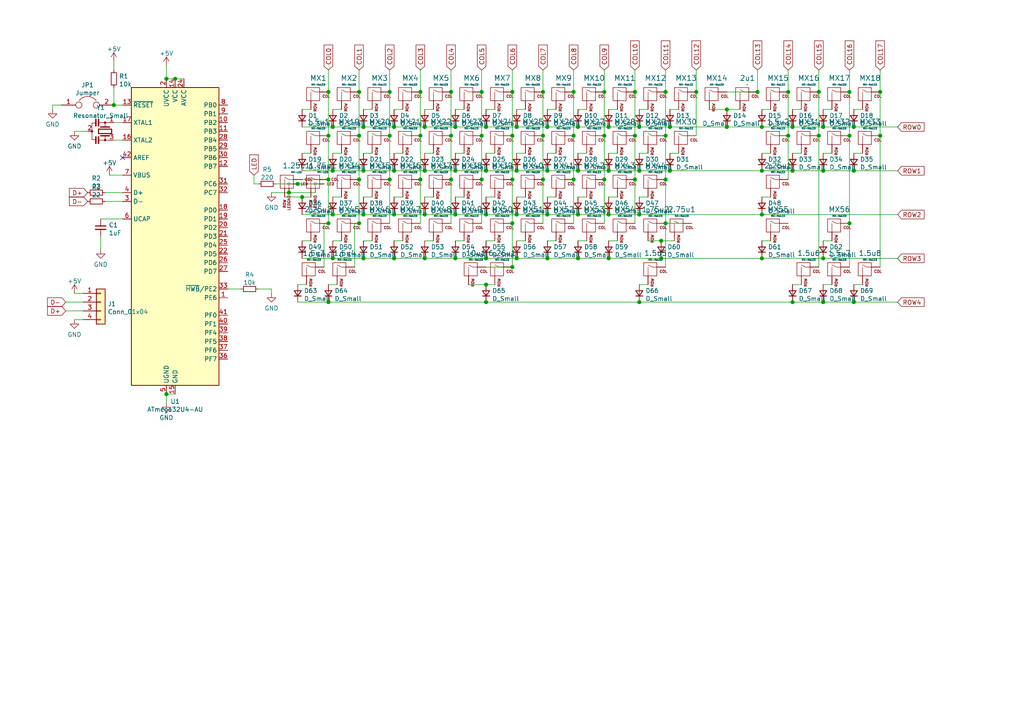
<source format=kicad_sch>
(kicad_sch (version 20210126) (generator eeschema)
  (paper "A4")
  (junction (at 33.02 30.48) (diameter 1.016))
  (junction (at 48.26 22.86) (diameter 1.016))
  (junction (at 48.26 114.3) (diameter 1.016))
  (junction (at 50.8 22.86) (diameter 1.016))
  (junction (at 83.82 55.88) (diameter 1.016))
  (junction (at 86.36 53.34) (diameter 1.016))
  (junction (at 87.63 57.15) (diameter 1.016))
  (junction (at 95.25 26.67) (diameter 1.016))
  (junction (at 95.25 39.37) (diameter 1.016))
  (junction (at 95.25 52.07) (diameter 1.016))
  (junction (at 95.25 64.77) (diameter 1.016))
  (junction (at 95.25 87.63) (diameter 1.016))
  (junction (at 96.52 36.83) (diameter 1.016))
  (junction (at 96.52 49.53) (diameter 1.016))
  (junction (at 96.52 62.23) (diameter 1.016))
  (junction (at 96.52 74.93) (diameter 1.016))
  (junction (at 104.14 26.67) (diameter 1.016))
  (junction (at 104.14 39.37) (diameter 1.016))
  (junction (at 104.14 52.07) (diameter 1.016))
  (junction (at 104.14 64.77) (diameter 1.016))
  (junction (at 105.41 36.83) (diameter 1.016))
  (junction (at 105.41 49.53) (diameter 1.016))
  (junction (at 105.41 62.23) (diameter 1.016))
  (junction (at 105.41 74.93) (diameter 1.016))
  (junction (at 113.03 26.67) (diameter 1.016))
  (junction (at 113.03 39.37) (diameter 1.016))
  (junction (at 113.03 52.07) (diameter 1.016))
  (junction (at 114.3 36.83) (diameter 1.016))
  (junction (at 114.3 49.53) (diameter 1.016))
  (junction (at 114.3 62.23) (diameter 1.016))
  (junction (at 114.3 74.93) (diameter 1.016))
  (junction (at 121.92 26.67) (diameter 1.016))
  (junction (at 121.92 39.37) (diameter 1.016))
  (junction (at 121.92 52.07) (diameter 1.016))
  (junction (at 123.19 36.83) (diameter 1.016))
  (junction (at 123.19 49.53) (diameter 1.016))
  (junction (at 123.19 62.23) (diameter 1.016))
  (junction (at 123.19 74.93) (diameter 1.016))
  (junction (at 130.81 26.67) (diameter 1.016))
  (junction (at 130.81 39.37) (diameter 1.016))
  (junction (at 130.81 52.07) (diameter 1.016))
  (junction (at 132.08 36.83) (diameter 1.016))
  (junction (at 132.08 49.53) (diameter 1.016))
  (junction (at 132.08 62.23) (diameter 1.016))
  (junction (at 132.08 74.93) (diameter 1.016))
  (junction (at 139.7 26.67) (diameter 1.016))
  (junction (at 139.7 39.37) (diameter 1.016))
  (junction (at 139.7 52.07) (diameter 1.016))
  (junction (at 140.97 36.83) (diameter 1.016))
  (junction (at 140.97 49.53) (diameter 1.016))
  (junction (at 140.97 62.23) (diameter 1.016))
  (junction (at 140.97 74.93) (diameter 1.016))
  (junction (at 140.97 82.55) (diameter 1.016))
  (junction (at 140.97 87.63) (diameter 1.016))
  (junction (at 148.59 26.67) (diameter 1.016))
  (junction (at 148.59 39.37) (diameter 1.016))
  (junction (at 148.59 52.07) (diameter 1.016))
  (junction (at 148.59 64.77) (diameter 1.016))
  (junction (at 148.59 77.47) (diameter 1.016))
  (junction (at 149.86 36.83) (diameter 1.016))
  (junction (at 149.86 49.53) (diameter 1.016))
  (junction (at 149.86 62.23) (diameter 1.016))
  (junction (at 149.86 74.93) (diameter 1.016))
  (junction (at 157.48 26.67) (diameter 1.016))
  (junction (at 157.48 39.37) (diameter 1.016))
  (junction (at 157.48 52.07) (diameter 1.016))
  (junction (at 158.75 36.83) (diameter 1.016))
  (junction (at 158.75 49.53) (diameter 1.016))
  (junction (at 158.75 62.23) (diameter 1.016))
  (junction (at 158.75 74.93) (diameter 1.016))
  (junction (at 166.37 26.67) (diameter 1.016))
  (junction (at 166.37 39.37) (diameter 1.016))
  (junction (at 166.37 52.07) (diameter 1.016))
  (junction (at 167.64 36.83) (diameter 1.016))
  (junction (at 167.64 49.53) (diameter 1.016))
  (junction (at 167.64 62.23) (diameter 1.016))
  (junction (at 167.64 74.93) (diameter 1.016))
  (junction (at 175.26 26.67) (diameter 1.016))
  (junction (at 175.26 39.37) (diameter 1.016))
  (junction (at 175.26 52.07) (diameter 1.016))
  (junction (at 176.53 36.83) (diameter 1.016))
  (junction (at 176.53 49.53) (diameter 1.016))
  (junction (at 176.53 62.23) (diameter 1.016))
  (junction (at 176.53 74.93) (diameter 1.016))
  (junction (at 184.15 26.67) (diameter 1.016))
  (junction (at 184.15 39.37) (diameter 1.016))
  (junction (at 184.15 52.07) (diameter 1.016))
  (junction (at 185.42 36.83) (diameter 1.016))
  (junction (at 185.42 49.53) (diameter 1.016))
  (junction (at 185.42 62.23) (diameter 1.016))
  (junction (at 185.42 87.63) (diameter 1.016))
  (junction (at 191.77 69.85) (diameter 1.016))
  (junction (at 191.77 74.93) (diameter 1.016))
  (junction (at 193.04 26.67) (diameter 1.016))
  (junction (at 193.04 39.37) (diameter 1.016))
  (junction (at 193.04 52.07) (diameter 1.016))
  (junction (at 193.04 64.77) (diameter 1.016))
  (junction (at 194.31 36.83) (diameter 1.016))
  (junction (at 194.31 49.53) (diameter 1.016))
  (junction (at 201.93 26.67) (diameter 1.016))
  (junction (at 210.82 31.75) (diameter 1.016))
  (junction (at 210.82 36.83) (diameter 1.016))
  (junction (at 219.71 26.67) (diameter 1.016))
  (junction (at 220.98 36.83) (diameter 1.016))
  (junction (at 220.98 49.53) (diameter 1.016))
  (junction (at 220.98 62.23) (diameter 1.016))
  (junction (at 220.98 74.93) (diameter 1.016))
  (junction (at 228.6 26.67) (diameter 1.016))
  (junction (at 228.6 39.37) (diameter 1.016))
  (junction (at 229.87 36.83) (diameter 1.016))
  (junction (at 229.87 49.53) (diameter 1.016))
  (junction (at 229.87 87.63) (diameter 1.016))
  (junction (at 237.49 26.67) (diameter 1.016))
  (junction (at 237.49 39.37) (diameter 1.016))
  (junction (at 238.76 36.83) (diameter 1.016))
  (junction (at 238.76 49.53) (diameter 1.016))
  (junction (at 238.76 74.93) (diameter 1.016))
  (junction (at 238.76 87.63) (diameter 1.016))
  (junction (at 246.38 26.67) (diameter 1.016))
  (junction (at 246.38 39.37) (diameter 1.016))
  (junction (at 246.38 64.77) (diameter 1.016))
  (junction (at 247.65 36.83) (diameter 1.016))
  (junction (at 247.65 49.53) (diameter 1.016))
  (junction (at 247.65 87.63) (diameter 1.016))
  (junction (at 255.27 26.67) (diameter 1.016))
  (junction (at 255.27 39.37) (diameter 1.016))
  (no_connect (at 35.56 45.72))
  (wire (pts (xy 15.24 30.48) (xy 15.24 31.75)))
  (wire (pts (xy 17.78 30.48) (xy 15.24 30.48)))
  (wire (pts (xy 19.05 87.63) (xy 24.13 87.63)))
  (wire (pts (xy 19.05 90.17) (xy 24.13 90.17)))
  (wire (pts (xy 21.59 38.1) (xy 25.4 38.1)))
  (wire (pts (xy 21.59 85.09) (xy 24.13 85.09)))
  (wire (pts (xy 21.59 92.71) (xy 24.13 92.71)))
  (wire (pts (xy 29.21 63.5) (xy 35.56 63.5)))
  (wire (pts (xy 29.21 68.58) (xy 29.21 72.39)))
  (wire (pts (xy 30.48 55.88) (xy 35.56 55.88)))
  (wire (pts (xy 30.48 58.42) (xy 35.56 58.42)))
  (wire (pts (xy 31.75 50.8) (xy 35.56 50.8)))
  (wire (pts (xy 33.02 17.78) (xy 33.02 20.32)))
  (wire (pts (xy 33.02 25.4) (xy 33.02 30.48)))
  (wire (pts (xy 33.02 30.48) (xy 35.56 30.48)))
  (wire (pts (xy 33.02 35.56) (xy 35.56 35.56)))
  (wire (pts (xy 33.02 40.64) (xy 35.56 40.64)))
  (wire (pts (xy 48.26 19.05) (xy 48.26 22.86)))
  (wire (pts (xy 48.26 114.3) (xy 48.26 116.84)))
  (wire (pts (xy 50.8 22.86) (xy 48.26 22.86)))
  (wire (pts (xy 50.8 114.3) (xy 48.26 114.3)))
  (wire (pts (xy 53.34 22.86) (xy 50.8 22.86)))
  (wire (pts (xy 66.04 83.82) (xy 69.85 83.82)))
  (wire (pts (xy 73.66 53.34) (xy 73.66 50.8)))
  (wire (pts (xy 74.93 53.34) (xy 73.66 53.34)))
  (wire (pts (xy 74.93 83.82) (xy 78.74 83.82)))
  (wire (pts (xy 78.74 55.88) (xy 83.82 55.88)))
  (wire (pts (xy 78.74 83.82) (xy 78.74 85.09)))
  (wire (pts (xy 80.01 53.34) (xy 86.36 53.34)))
  (wire (pts (xy 82.55 57.15) (xy 87.63 57.15)))
  (wire (pts (xy 83.82 55.88) (xy 91.44 55.88)))
  (wire (pts (xy 86.36 53.34) (xy 93.98 53.34)))
  (wire (pts (xy 86.36 82.55) (xy 88.9 82.55)))
  (wire (pts (xy 86.36 87.63) (xy 95.25 87.63)))
  (wire (pts (xy 87.63 31.75) (xy 90.17 31.75)))
  (wire (pts (xy 87.63 36.83) (xy 96.52 36.83)))
  (wire (pts (xy 87.63 44.45) (xy 90.17 44.45)))
  (wire (pts (xy 87.63 49.53) (xy 96.52 49.53)))
  (wire (pts (xy 87.63 52.07) (xy 95.25 52.07)))
  (wire (pts (xy 87.63 57.15) (xy 90.17 57.15)))
  (wire (pts (xy 87.63 62.23) (xy 96.52 62.23)))
  (wire (pts (xy 87.63 69.85) (xy 90.17 69.85)))
  (wire (pts (xy 87.63 74.93) (xy 96.52 74.93)))
  (wire (pts (xy 93.98 64.77) (xy 95.25 64.77)))
  (wire (pts (xy 93.98 77.47) (xy 93.98 64.77)))
  (wire (pts (xy 95.25 20.32) (xy 95.25 26.67)))
  (wire (pts (xy 95.25 26.67) (xy 95.25 39.37)))
  (wire (pts (xy 95.25 39.37) (xy 95.25 52.07)))
  (wire (pts (xy 95.25 52.07) (xy 95.25 64.77)))
  (wire (pts (xy 95.25 82.55) (xy 97.79 82.55)))
  (wire (pts (xy 95.25 87.63) (xy 140.97 87.63)))
  (wire (pts (xy 96.52 31.75) (xy 99.06 31.75)))
  (wire (pts (xy 96.52 36.83) (xy 105.41 36.83)))
  (wire (pts (xy 96.52 44.45) (xy 99.06 44.45)))
  (wire (pts (xy 96.52 49.53) (xy 105.41 49.53)))
  (wire (pts (xy 96.52 57.15) (xy 99.06 57.15)))
  (wire (pts (xy 96.52 62.23) (xy 105.41 62.23)))
  (wire (pts (xy 96.52 69.85) (xy 99.06 69.85)))
  (wire (pts (xy 96.52 74.93) (xy 105.41 74.93)))
  (wire (pts (xy 102.87 64.77) (xy 104.14 64.77)))
  (wire (pts (xy 102.87 77.47) (xy 102.87 64.77)))
  (wire (pts (xy 104.14 20.32) (xy 104.14 26.67)))
  (wire (pts (xy 104.14 26.67) (xy 104.14 39.37)))
  (wire (pts (xy 104.14 39.37) (xy 104.14 52.07)))
  (wire (pts (xy 104.14 52.07) (xy 104.14 64.77)))
  (wire (pts (xy 105.41 31.75) (xy 107.95 31.75)))
  (wire (pts (xy 105.41 36.83) (xy 114.3 36.83)))
  (wire (pts (xy 105.41 44.45) (xy 107.95 44.45)))
  (wire (pts (xy 105.41 49.53) (xy 114.3 49.53)))
  (wire (pts (xy 105.41 57.15) (xy 107.95 57.15)))
  (wire (pts (xy 105.41 62.23) (xy 114.3 62.23)))
  (wire (pts (xy 105.41 69.85) (xy 107.95 69.85)))
  (wire (pts (xy 105.41 74.93) (xy 114.3 74.93)))
  (wire (pts (xy 113.03 20.32) (xy 113.03 26.67)))
  (wire (pts (xy 113.03 26.67) (xy 113.03 39.37)))
  (wire (pts (xy 113.03 39.37) (xy 113.03 52.07)))
  (wire (pts (xy 113.03 52.07) (xy 113.03 64.77)))
  (wire (pts (xy 114.3 31.75) (xy 116.84 31.75)))
  (wire (pts (xy 114.3 36.83) (xy 123.19 36.83)))
  (wire (pts (xy 114.3 44.45) (xy 116.84 44.45)))
  (wire (pts (xy 114.3 49.53) (xy 123.19 49.53)))
  (wire (pts (xy 114.3 57.15) (xy 116.84 57.15)))
  (wire (pts (xy 114.3 62.23) (xy 123.19 62.23)))
  (wire (pts (xy 114.3 69.85) (xy 116.84 69.85)))
  (wire (pts (xy 114.3 74.93) (xy 123.19 74.93)))
  (wire (pts (xy 121.92 20.32) (xy 121.92 26.67)))
  (wire (pts (xy 121.92 26.67) (xy 121.92 39.37)))
  (wire (pts (xy 121.92 39.37) (xy 121.92 52.07)))
  (wire (pts (xy 121.92 52.07) (xy 121.92 64.77)))
  (wire (pts (xy 123.19 31.75) (xy 125.73 31.75)))
  (wire (pts (xy 123.19 36.83) (xy 132.08 36.83)))
  (wire (pts (xy 123.19 44.45) (xy 125.73 44.45)))
  (wire (pts (xy 123.19 49.53) (xy 132.08 49.53)))
  (wire (pts (xy 123.19 57.15) (xy 125.73 57.15)))
  (wire (pts (xy 123.19 62.23) (xy 132.08 62.23)))
  (wire (pts (xy 123.19 69.85) (xy 125.73 69.85)))
  (wire (pts (xy 123.19 74.93) (xy 132.08 74.93)))
  (wire (pts (xy 130.81 20.32) (xy 130.81 26.67)))
  (wire (pts (xy 130.81 26.67) (xy 130.81 39.37)))
  (wire (pts (xy 130.81 39.37) (xy 130.81 52.07)))
  (wire (pts (xy 130.81 52.07) (xy 130.81 64.77)))
  (wire (pts (xy 132.08 31.75) (xy 134.62 31.75)))
  (wire (pts (xy 132.08 36.83) (xy 140.97 36.83)))
  (wire (pts (xy 132.08 44.45) (xy 134.62 44.45)))
  (wire (pts (xy 132.08 49.53) (xy 140.97 49.53)))
  (wire (pts (xy 132.08 57.15) (xy 134.62 57.15)))
  (wire (pts (xy 132.08 62.23) (xy 140.97 62.23)))
  (wire (pts (xy 132.08 69.85) (xy 134.62 69.85)))
  (wire (pts (xy 132.08 74.93) (xy 140.97 74.93)))
  (wire (pts (xy 135.89 82.55) (xy 140.97 82.55)))
  (wire (pts (xy 139.7 20.32) (xy 139.7 26.67)))
  (wire (pts (xy 139.7 26.67) (xy 139.7 39.37)))
  (wire (pts (xy 139.7 39.37) (xy 139.7 52.07)))
  (wire (pts (xy 139.7 52.07) (xy 139.7 64.77)))
  (wire (pts (xy 140.97 31.75) (xy 143.51 31.75)))
  (wire (pts (xy 140.97 36.83) (xy 149.86 36.83)))
  (wire (pts (xy 140.97 44.45) (xy 143.51 44.45)))
  (wire (pts (xy 140.97 49.53) (xy 149.86 49.53)))
  (wire (pts (xy 140.97 57.15) (xy 143.51 57.15)))
  (wire (pts (xy 140.97 62.23) (xy 149.86 62.23)))
  (wire (pts (xy 140.97 69.85) (xy 143.51 69.85)))
  (wire (pts (xy 140.97 74.93) (xy 149.86 74.93)))
  (wire (pts (xy 140.97 77.47) (xy 148.59 77.47)))
  (wire (pts (xy 140.97 82.55) (xy 143.51 82.55)))
  (wire (pts (xy 140.97 87.63) (xy 185.42 87.63)))
  (wire (pts (xy 148.59 20.32) (xy 148.59 26.67)))
  (wire (pts (xy 148.59 26.67) (xy 148.59 39.37)))
  (wire (pts (xy 148.59 39.37) (xy 148.59 52.07)))
  (wire (pts (xy 148.59 52.07) (xy 148.59 64.77)))
  (wire (pts (xy 148.59 64.77) (xy 148.59 77.47)))
  (wire (pts (xy 149.86 31.75) (xy 152.4 31.75)))
  (wire (pts (xy 149.86 36.83) (xy 158.75 36.83)))
  (wire (pts (xy 149.86 44.45) (xy 152.4 44.45)))
  (wire (pts (xy 149.86 49.53) (xy 158.75 49.53)))
  (wire (pts (xy 149.86 57.15) (xy 152.4 57.15)))
  (wire (pts (xy 149.86 62.23) (xy 158.75 62.23)))
  (wire (pts (xy 149.86 69.85) (xy 152.4 69.85)))
  (wire (pts (xy 149.86 74.93) (xy 158.75 74.93)))
  (wire (pts (xy 157.48 20.32) (xy 157.48 26.67)))
  (wire (pts (xy 157.48 26.67) (xy 157.48 39.37)))
  (wire (pts (xy 157.48 39.37) (xy 157.48 52.07)))
  (wire (pts (xy 157.48 52.07) (xy 157.48 64.77)))
  (wire (pts (xy 158.75 31.75) (xy 161.29 31.75)))
  (wire (pts (xy 158.75 36.83) (xy 167.64 36.83)))
  (wire (pts (xy 158.75 44.45) (xy 161.29 44.45)))
  (wire (pts (xy 158.75 49.53) (xy 167.64 49.53)))
  (wire (pts (xy 158.75 57.15) (xy 161.29 57.15)))
  (wire (pts (xy 158.75 62.23) (xy 167.64 62.23)))
  (wire (pts (xy 158.75 69.85) (xy 161.29 69.85)))
  (wire (pts (xy 158.75 74.93) (xy 167.64 74.93)))
  (wire (pts (xy 166.37 20.32) (xy 166.37 26.67)))
  (wire (pts (xy 166.37 26.67) (xy 166.37 39.37)))
  (wire (pts (xy 166.37 39.37) (xy 166.37 52.07)))
  (wire (pts (xy 166.37 52.07) (xy 166.37 64.77)))
  (wire (pts (xy 167.64 31.75) (xy 170.18 31.75)))
  (wire (pts (xy 167.64 36.83) (xy 176.53 36.83)))
  (wire (pts (xy 167.64 44.45) (xy 170.18 44.45)))
  (wire (pts (xy 167.64 49.53) (xy 176.53 49.53)))
  (wire (pts (xy 167.64 57.15) (xy 170.18 57.15)))
  (wire (pts (xy 167.64 62.23) (xy 176.53 62.23)))
  (wire (pts (xy 167.64 69.85) (xy 170.18 69.85)))
  (wire (pts (xy 167.64 74.93) (xy 176.53 74.93)))
  (wire (pts (xy 175.26 20.32) (xy 175.26 26.67)))
  (wire (pts (xy 175.26 26.67) (xy 175.26 39.37)))
  (wire (pts (xy 175.26 39.37) (xy 175.26 52.07)))
  (wire (pts (xy 175.26 52.07) (xy 175.26 64.77)))
  (wire (pts (xy 176.53 31.75) (xy 179.07 31.75)))
  (wire (pts (xy 176.53 36.83) (xy 185.42 36.83)))
  (wire (pts (xy 176.53 44.45) (xy 179.07 44.45)))
  (wire (pts (xy 176.53 49.53) (xy 185.42 49.53)))
  (wire (pts (xy 176.53 57.15) (xy 179.07 57.15)))
  (wire (pts (xy 176.53 62.23) (xy 185.42 62.23)))
  (wire (pts (xy 176.53 69.85) (xy 179.07 69.85)))
  (wire (pts (xy 176.53 74.93) (xy 191.77 74.93)))
  (wire (pts (xy 184.15 20.32) (xy 184.15 26.67)))
  (wire (pts (xy 184.15 26.67) (xy 184.15 39.37)))
  (wire (pts (xy 184.15 39.37) (xy 184.15 52.07)))
  (wire (pts (xy 184.15 52.07) (xy 184.15 64.77)))
  (wire (pts (xy 185.42 31.75) (xy 187.96 31.75)))
  (wire (pts (xy 185.42 36.83) (xy 194.31 36.83)))
  (wire (pts (xy 185.42 44.45) (xy 187.96 44.45)))
  (wire (pts (xy 185.42 49.53) (xy 194.31 49.53)))
  (wire (pts (xy 185.42 57.15) (xy 187.96 57.15)))
  (wire (pts (xy 185.42 62.23) (xy 220.98 62.23)))
  (wire (pts (xy 185.42 82.55) (xy 187.96 82.55)))
  (wire (pts (xy 185.42 87.63) (xy 229.87 87.63)))
  (wire (pts (xy 187.96 69.85) (xy 191.77 69.85)))
  (wire (pts (xy 191.77 69.85) (xy 195.58 69.85)))
  (wire (pts (xy 191.77 74.93) (xy 220.98 74.93)))
  (wire (pts (xy 193.04 20.32) (xy 193.04 26.67)))
  (wire (pts (xy 193.04 26.67) (xy 193.04 39.37)))
  (wire (pts (xy 193.04 39.37) (xy 193.04 52.07)))
  (wire (pts (xy 193.04 64.77) (xy 193.04 52.07)))
  (wire (pts (xy 193.04 64.77) (xy 193.04 77.47)))
  (wire (pts (xy 194.31 31.75) (xy 196.85 31.75)))
  (wire (pts (xy 194.31 36.83) (xy 210.82 36.83)))
  (wire (pts (xy 194.31 44.45) (xy 196.85 44.45)))
  (wire (pts (xy 194.31 49.53) (xy 220.98 49.53)))
  (wire (pts (xy 200.66 64.77) (xy 193.04 64.77)))
  (wire (pts (xy 201.93 20.32) (xy 201.93 26.67)))
  (wire (pts (xy 201.93 26.67) (xy 201.93 39.37)))
  (wire (pts (xy 205.74 31.75) (xy 210.82 31.75)))
  (wire (pts (xy 210.82 26.67) (xy 219.71 26.67)))
  (wire (pts (xy 210.82 31.75) (xy 214.63 31.75)))
  (wire (pts (xy 210.82 36.83) (xy 220.98 36.83)))
  (wire (pts (xy 219.71 20.32) (xy 219.71 26.67)))
  (wire (pts (xy 220.98 31.75) (xy 223.52 31.75)))
  (wire (pts (xy 220.98 36.83) (xy 229.87 36.83)))
  (wire (pts (xy 220.98 44.45) (xy 223.52 44.45)))
  (wire (pts (xy 220.98 49.53) (xy 229.87 49.53)))
  (wire (pts (xy 220.98 57.15) (xy 223.52 57.15)))
  (wire (pts (xy 220.98 62.23) (xy 260.35 62.23)))
  (wire (pts (xy 220.98 69.85) (xy 223.52 69.85)))
  (wire (pts (xy 220.98 74.93) (xy 238.76 74.93)))
  (wire (pts (xy 228.6 20.32) (xy 228.6 26.67)))
  (wire (pts (xy 228.6 26.67) (xy 228.6 39.37)))
  (wire (pts (xy 228.6 39.37) (xy 228.6 52.07)))
  (wire (pts (xy 229.87 31.75) (xy 232.41 31.75)))
  (wire (pts (xy 229.87 36.83) (xy 238.76 36.83)))
  (wire (pts (xy 229.87 44.45) (xy 232.41 44.45)))
  (wire (pts (xy 229.87 49.53) (xy 238.76 49.53)))
  (wire (pts (xy 229.87 82.55) (xy 232.41 82.55)))
  (wire (pts (xy 229.87 87.63) (xy 238.76 87.63)))
  (wire (pts (xy 237.49 20.32) (xy 237.49 26.67)))
  (wire (pts (xy 237.49 26.67) (xy 237.49 39.37)))
  (wire (pts (xy 237.49 39.37) (xy 237.49 77.47)))
  (wire (pts (xy 238.76 31.75) (xy 241.3 31.75)))
  (wire (pts (xy 238.76 36.83) (xy 247.65 36.83)))
  (wire (pts (xy 238.76 44.45) (xy 241.3 44.45)))
  (wire (pts (xy 238.76 49.53) (xy 247.65 49.53)))
  (wire (pts (xy 238.76 69.85) (xy 241.3 69.85)))
  (wire (pts (xy 238.76 74.93) (xy 260.35 74.93)))
  (wire (pts (xy 238.76 82.55) (xy 241.3 82.55)))
  (wire (pts (xy 238.76 87.63) (xy 247.65 87.63)))
  (wire (pts (xy 246.38 20.32) (xy 246.38 26.67)))
  (wire (pts (xy 246.38 26.67) (xy 246.38 39.37)))
  (wire (pts (xy 246.38 39.37) (xy 246.38 64.77)))
  (wire (pts (xy 246.38 64.77) (xy 246.38 77.47)))
  (wire (pts (xy 247.65 31.75) (xy 250.19 31.75)))
  (wire (pts (xy 247.65 36.83) (xy 260.35 36.83)))
  (wire (pts (xy 247.65 44.45) (xy 250.19 44.45)))
  (wire (pts (xy 247.65 49.53) (xy 260.35 49.53)))
  (wire (pts (xy 247.65 82.55) (xy 250.19 82.55)))
  (wire (pts (xy 247.65 87.63) (xy 260.35 87.63)))
  (wire (pts (xy 255.27 20.32) (xy 255.27 26.67)))
  (wire (pts (xy 255.27 26.67) (xy 255.27 39.37)))
  (wire (pts (xy 255.27 39.37) (xy 255.27 77.47)))
  (global_label "D-" (shape input) (at 19.05 87.63 180) (property "Intersheet References" "${INTERSHEET_REFS}" (effects hide)))
  (global_label "D+" (shape input) (at 19.05 90.17 180) (property "Intersheet References" "${INTERSHEET_REFS}" (effects hide)))
  (global_label "D+" (shape input) (at 25.4 55.88 180) (property "Intersheet References" "${INTERSHEET_REFS}" (effects hide)))
  (global_label "D-" (shape input) (at 25.4 58.42 180) (property "Intersheet References" "${INTERSHEET_REFS}" (effects hide)))
  (global_label "LED" (shape input) (at 73.66 50.8 90) (property "Intersheet References" "${INTERSHEET_REFS}" (effects hide)))
  (global_label "COL0" (shape input) (at 95.25 20.32 90) (property "Intersheet References" "${INTERSHEET_REFS}" (effects hide)))
  (global_label "COL1" (shape input) (at 104.14 20.32 90) (property "Intersheet References" "${INTERSHEET_REFS}" (effects hide)))
  (global_label "COL2" (shape input) (at 113.03 20.32 90) (property "Intersheet References" "${INTERSHEET_REFS}" (effects hide)))
  (global_label "COL3" (shape input) (at 121.92 20.32 90) (property "Intersheet References" "${INTERSHEET_REFS}" (effects hide)))
  (global_label "COL4" (shape input) (at 130.81 20.32 90) (property "Intersheet References" "${INTERSHEET_REFS}" (effects hide)))
  (global_label "COL5" (shape input) (at 139.7 20.32 90) (property "Intersheet References" "${INTERSHEET_REFS}" (effects hide)))
  (global_label "COL6" (shape input) (at 148.59 20.32 90) (property "Intersheet References" "${INTERSHEET_REFS}" (effects hide)))
  (global_label "COL7" (shape input) (at 157.48 20.32 90) (property "Intersheet References" "${INTERSHEET_REFS}" (effects hide)))
  (global_label "COL8" (shape input) (at 166.37 20.32 90) (property "Intersheet References" "${INTERSHEET_REFS}" (effects hide)))
  (global_label "COL9" (shape input) (at 175.26 20.32 90) (property "Intersheet References" "${INTERSHEET_REFS}" (effects hide)))
  (global_label "COL10" (shape input) (at 184.15 20.32 90) (property "Intersheet References" "${INTERSHEET_REFS}" (effects hide)))
  (global_label "COL11" (shape input) (at 193.04 20.32 90) (property "Intersheet References" "${INTERSHEET_REFS}" (effects hide)))
  (global_label "COL12" (shape input) (at 201.93 20.32 90) (property "Intersheet References" "${INTERSHEET_REFS}" (effects hide)))
  (global_label "COL13" (shape input) (at 219.71 20.32 90) (property "Intersheet References" "${INTERSHEET_REFS}" (effects hide)))
  (global_label "COL14" (shape input) (at 228.6 20.32 90) (property "Intersheet References" "${INTERSHEET_REFS}" (effects hide)))
  (global_label "COL15" (shape input) (at 237.49 20.32 90) (property "Intersheet References" "${INTERSHEET_REFS}" (effects hide)))
  (global_label "COL16" (shape input) (at 246.38 20.32 90) (property "Intersheet References" "${INTERSHEET_REFS}" (effects hide)))
  (global_label "COL17" (shape input) (at 255.27 20.32 90) (property "Intersheet References" "${INTERSHEET_REFS}" (effects hide)))
  (global_label "ROW0" (shape input) (at 260.35 36.83 0) (property "Intersheet References" "${INTERSHEET_REFS}" (effects hide)))
  (global_label "ROW1" (shape input) (at 260.35 49.53 0) (property "Intersheet References" "${INTERSHEET_REFS}" (effects hide)))
  (global_label "ROW2" (shape input) (at 260.35 62.23 0) (property "Intersheet References" "${INTERSHEET_REFS}" (effects hide)))
  (global_label "ROW3" (shape input) (at 260.35 74.93 0) (property "Intersheet References" "${INTERSHEET_REFS}" (effects hide)))
  (global_label "ROW4" (shape input) (at 260.35 87.63 0) (property "Intersheet References" "${INTERSHEET_REFS}" (effects hide)))
  (symbol (lib_id "power:+5V") (at 21.59 85.09 0) (unit 1)
    (property "Reference" "#PWR0107" (effects hide))
    (property "Value" "+5V" (at 21.59 81.5426 0))
  )
  (symbol (lib_id "power:+5V") (at 31.75 50.8 0) (unit 1)
    (property "Reference" "#PWR0108" (effects hide))
    (property "Value" "+5V" (at 31.75 47.2526 0))
  )
  (symbol (lib_id "power:+5V") (at 33.02 17.78 0) (unit 1)
    (property "Reference" "#PWR0102" (effects hide))
    (property "Value" "+5V" (at 33.02 14.2326 0))
  )
  (symbol (lib_id "power:+5V") (at 48.26 19.05 0) (unit 1)
    (property "Reference" "#PWR0101" (effects hide))
    (property "Value" "+5V" (at 48.26 15.5026 0))
  )
  (symbol (lib_id "power:GND") (at 15.24 31.75 0) (unit 1)
    (property "Reference" "#PWR0104" (effects hide))
    (property "Value" "GND" (at 15.24 36.0744 0))
  )
  (symbol (lib_id "power:GND") (at 21.59 38.1 0) (unit 1)
    (property "Reference" "#PWR0109" (effects hide))
    (property "Value" "GND" (at 21.59 42.4244 0))
  )
  (symbol (lib_id "power:GND") (at 21.59 92.71 0) (unit 1)
    (property "Reference" "#PWR0106" (effects hide))
    (property "Value" "GND" (at 21.59 97.0344 0))
  )
  (symbol (lib_id "power:GND") (at 29.21 72.39 0) (unit 1)
    (property "Reference" "#PWR0103" (effects hide))
    (property "Value" "GND" (at 29.21 76.7144 0))
  )
  (symbol (lib_id "power:GND") (at 48.26 116.84 0) (unit 1)
    (property "Reference" "#PWR0105" (effects hide))
    (property "Value" "GND" (at 48.26 121.1644 0))
  )
  (symbol (lib_id "power:GND") (at 78.74 55.88 0) (unit 1)
    (property "Reference" "#PWR0111" (effects hide))
    (property "Value" "GND" (at 78.74 60.2044 0))
  )
  (symbol (lib_id "power:GND") (at 78.74 85.09 0) (unit 1)
    (property "Reference" "#PWR0110" (effects hide))
    (property "Value" "GND" (at 78.74 89.4144 0))
  )
  (symbol (lib_id "Device:R_Small") (at 27.94 55.88 90) (unit 1)
    (property "Reference" "R2" (at 27.94 51.7102 90))
    (property "Value" "22" (at 27.94 54.0089 90))
    (property "Footprint" "Footprints:R_0805_2012Metric" (effects hide))
  )
  (symbol (lib_id "Device:R_Small") (at 27.94 58.42 90) (unit 1)
    (property "Reference" "R3" (at 27.94 54.2502 90))
    (property "Value" "22" (at 27.94 56.5489 90))
    (property "Footprint" "Footprints:R_0805_2012Metric" (effects hide))
  )
  (symbol (lib_id "Device:R_Small") (at 33.02 22.86 0) (unit 1)
    (property "Reference" "R1" (at 34.5187 22.0991 0) (effects (justify left)))
    (property "Value" "10k" (at 34.5187 24.3978 0) (effects (justify left)))
    (property "Footprint" "Footprints:R_0805_2012Metric" (effects hide))
  )
  (symbol (lib_id "Device:R_Small") (at 72.39 83.82 270) (unit 1)
    (property "Reference" "R4" (at 72.39 79.6502 90))
    (property "Value" "10k" (at 72.39 81.9489 90))
    (property "Footprint" "Footprints:R_0805_2012Metric" (effects hide))
  )
  (symbol (lib_id "Device:R_Small") (at 77.47 53.34 90) (unit 1)
    (property "Reference" "R5" (at 77.47 49.1702 90))
    (property "Value" "220" (at 77.47 51.4689 90))
  )
  (symbol (lib_id "Device:D_Small") (at 86.36 85.09 90) (unit 1)
    (property "Reference" "D63" (at 88.1381 84.3291 90) (effects (justify right)))
    (property "Value" "D_Small" (at 88.1381 86.6278 90) (effects (justify right)))
    (property "Footprint" "Footprints:D_SOD-123-Pretty" (effects hide))
  )
  (symbol (lib_id "Device:D_Small") (at 87.63 34.29 90) (unit 1)
    (property "Reference" "D1" (at 89.4081 33.5291 90) (effects (justify right)))
    (property "Value" "D_Small" (at 89.4081 35.8278 90) (effects (justify right)))
    (property "Footprint" "Footprints:D_SOD-123-Pretty" (effects hide))
  )
  (symbol (lib_id "Device:D_Small") (at 87.63 46.99 90) (unit 1)
    (property "Reference" "D19" (at 89.4081 46.2291 90) (effects (justify right)))
    (property "Value" "D_Small" (at 89.4081 48.5278 90) (effects (justify right)))
    (property "Footprint" "Footprints:D_SOD-123-Pretty" (effects hide))
  )
  (symbol (lib_id "Device:D_Small") (at 87.63 59.69 90) (unit 1)
    (property "Reference" "D36" (at 89.4081 58.9291 90) (effects (justify right)))
    (property "Value" "D_Small" (at 89.4081 61.2278 90) (effects (justify right)))
    (property "Footprint" "Footprints:D_SOD-123-Pretty" (effects hide))
  )
  (symbol (lib_id "Device:D_Small") (at 87.63 72.39 90) (unit 1)
    (property "Reference" "D49" (at 89.4081 71.6291 90) (effects (justify right)))
    (property "Value" "D_Small" (at 89.4081 73.9278 90) (effects (justify right)))
    (property "Footprint" "Footprints:D_SOD-123-Pretty" (effects hide))
  )
  (symbol (lib_id "Device:D_Small") (at 95.25 85.09 90) (unit 1)
    (property "Reference" "D64" (at 97.0281 84.3291 90) (effects (justify right)))
    (property "Value" "D_Small" (at 97.0281 86.6278 90) (effects (justify right)))
    (property "Footprint" "Footprints:D_SOD-123-Pretty" (effects hide))
  )
  (symbol (lib_id "Device:D_Small") (at 96.52 34.29 90) (unit 1)
    (property "Reference" "D2" (at 98.2981 33.5291 90) (effects (justify right)))
    (property "Value" "D_Small" (at 98.2981 35.8278 90) (effects (justify right)))
    (property "Footprint" "Footprints:D_SOD-123-Pretty" (effects hide))
  )
  (symbol (lib_id "Device:D_Small") (at 96.52 46.99 90) (unit 1)
    (property "Reference" "D20" (at 98.2981 46.2291 90) (effects (justify right)))
    (property "Value" "D_Small" (at 98.2981 48.5278 90) (effects (justify right)))
    (property "Footprint" "Footprints:D_SOD-123-Pretty" (effects hide))
  )
  (symbol (lib_id "Device:D_Small") (at 96.52 59.69 90) (unit 1)
    (property "Reference" "D37" (at 98.2981 58.9291 90) (effects (justify right)))
    (property "Value" "D_Small" (at 98.2981 61.2278 90) (effects (justify right)))
    (property "Footprint" "Footprints:D_SOD-123-Pretty" (effects hide))
  )
  (symbol (lib_id "Device:D_Small") (at 96.52 72.39 90) (unit 1)
    (property "Reference" "D50" (at 98.2981 71.6291 90) (effects (justify right)))
    (property "Value" "D_Small" (at 98.2981 73.9278 90) (effects (justify right)))
    (property "Footprint" "Footprints:D_SOD-123-Pretty" (effects hide))
  )
  (symbol (lib_id "Device:D_Small") (at 105.41 34.29 90) (unit 1)
    (property "Reference" "D3" (at 107.1881 33.5291 90) (effects (justify right)))
    (property "Value" "D_Small" (at 107.1881 35.8278 90) (effects (justify right)))
    (property "Footprint" "Footprints:D_SOD-123-Pretty" (effects hide))
  )
  (symbol (lib_id "Device:D_Small") (at 105.41 46.99 90) (unit 1)
    (property "Reference" "D21" (at 107.1881 46.2291 90) (effects (justify right)))
    (property "Value" "D_Small" (at 107.1881 48.5278 90) (effects (justify right)))
    (property "Footprint" "Footprints:D_SOD-123-Pretty" (effects hide))
  )
  (symbol (lib_id "Device:D_Small") (at 105.41 59.69 90) (unit 1)
    (property "Reference" "D38" (at 107.1881 58.9291 90) (effects (justify right)))
    (property "Value" "D_Small" (at 107.1881 61.2278 90) (effects (justify right)))
    (property "Footprint" "Footprints:D_SOD-123-Pretty" (effects hide))
  )
  (symbol (lib_id "Device:D_Small") (at 105.41 72.39 90) (unit 1)
    (property "Reference" "D51" (at 107.1881 71.6291 90) (effects (justify right)))
    (property "Value" "D_Small" (at 107.1881 73.9278 90) (effects (justify right)))
    (property "Footprint" "Footprints:D_SOD-123-Pretty" (effects hide))
  )
  (symbol (lib_id "Device:D_Small") (at 114.3 34.29 90) (unit 1)
    (property "Reference" "D4" (at 116.0781 33.5291 90) (effects (justify right)))
    (property "Value" "D_Small" (at 116.0781 35.8278 90) (effects (justify right)))
    (property "Footprint" "Footprints:D_SOD-123-Pretty" (effects hide))
  )
  (symbol (lib_id "Device:D_Small") (at 114.3 46.99 90) (unit 1)
    (property "Reference" "D22" (at 116.0781 46.2291 90) (effects (justify right)))
    (property "Value" "D_Small" (at 116.0781 48.5278 90) (effects (justify right)))
    (property "Footprint" "Footprints:D_SOD-123-Pretty" (effects hide))
  )
  (symbol (lib_id "Device:D_Small") (at 114.3 59.69 90) (unit 1)
    (property "Reference" "D39" (at 116.0781 58.9291 90) (effects (justify right)))
    (property "Value" "D_Small" (at 116.0781 61.2278 90) (effects (justify right)))
    (property "Footprint" "Footprints:D_SOD-123-Pretty" (effects hide))
  )
  (symbol (lib_id "Device:D_Small") (at 114.3 72.39 90) (unit 1)
    (property "Reference" "D52" (at 116.0781 71.6291 90) (effects (justify right)))
    (property "Value" "D_Small" (at 116.0781 73.9278 90) (effects (justify right)))
    (property "Footprint" "Footprints:D_SOD-123-Pretty" (effects hide))
  )
  (symbol (lib_id "Device:D_Small") (at 123.19 34.29 90) (unit 1)
    (property "Reference" "D5" (at 124.9681 33.5291 90) (effects (justify right)))
    (property "Value" "D_Small" (at 124.9681 35.8278 90) (effects (justify right)))
    (property "Footprint" "Footprints:D_SOD-123-Pretty" (effects hide))
  )
  (symbol (lib_id "Device:D_Small") (at 123.19 46.99 90) (unit 1)
    (property "Reference" "D23" (at 124.9681 46.2291 90) (effects (justify right)))
    (property "Value" "D_Small" (at 124.9681 48.5278 90) (effects (justify right)))
    (property "Footprint" "Footprints:D_SOD-123-Pretty" (effects hide))
  )
  (symbol (lib_id "Device:D_Small") (at 123.19 59.69 90) (unit 1)
    (property "Reference" "D40" (at 124.9681 58.9291 90) (effects (justify right)))
    (property "Value" "D_Small" (at 124.9681 61.2278 90) (effects (justify right)))
    (property "Footprint" "Footprints:D_SOD-123-Pretty" (effects hide))
  )
  (symbol (lib_id "Device:D_Small") (at 123.19 72.39 90) (unit 1)
    (property "Reference" "D53" (at 124.9681 71.6291 90) (effects (justify right)))
    (property "Value" "D_Small" (at 124.9681 73.9278 90) (effects (justify right)))
    (property "Footprint" "Footprints:D_SOD-123-Pretty" (effects hide))
  )
  (symbol (lib_id "Device:D_Small") (at 132.08 34.29 90) (unit 1)
    (property "Reference" "D6" (at 133.8581 33.5291 90) (effects (justify right)))
    (property "Value" "D_Small" (at 133.8581 35.8278 90) (effects (justify right)))
    (property "Footprint" "Footprints:D_SOD-123-Pretty" (effects hide))
  )
  (symbol (lib_id "Device:D_Small") (at 132.08 46.99 90) (unit 1)
    (property "Reference" "D24" (at 133.8581 46.2291 90) (effects (justify right)))
    (property "Value" "D_Small" (at 133.8581 48.5278 90) (effects (justify right)))
    (property "Footprint" "Footprints:D_SOD-123-Pretty" (effects hide))
  )
  (symbol (lib_id "Device:D_Small") (at 132.08 59.69 90) (unit 1)
    (property "Reference" "D41" (at 133.8581 58.9291 90) (effects (justify right)))
    (property "Value" "D_Small" (at 133.8581 61.2278 90) (effects (justify right)))
    (property "Footprint" "Footprints:D_SOD-123-Pretty" (effects hide))
  )
  (symbol (lib_id "Device:D_Small") (at 132.08 72.39 90) (unit 1)
    (property "Reference" "D54" (at 133.8581 71.6291 90) (effects (justify right)))
    (property "Value" "D_Small" (at 133.8581 73.9278 90) (effects (justify right)))
    (property "Footprint" "Footprints:D_SOD-123-Pretty" (effects hide))
  )
  (symbol (lib_id "Device:D_Small") (at 140.97 34.29 90) (unit 1)
    (property "Reference" "D7" (at 142.7481 33.5291 90) (effects (justify right)))
    (property "Value" "D_Small" (at 142.7481 35.8278 90) (effects (justify right)))
    (property "Footprint" "Footprints:D_SOD-123-Pretty" (effects hide))
  )
  (symbol (lib_id "Device:D_Small") (at 140.97 46.99 90) (unit 1)
    (property "Reference" "D25" (at 142.7481 46.2291 90) (effects (justify right)))
    (property "Value" "D_Small" (at 142.7481 48.5278 90) (effects (justify right)))
    (property "Footprint" "Footprints:D_SOD-123-Pretty" (effects hide))
  )
  (symbol (lib_id "Device:D_Small") (at 140.97 59.69 90) (unit 1)
    (property "Reference" "D42" (at 142.7481 58.9291 90) (effects (justify right)))
    (property "Value" "D_Small" (at 142.7481 61.2278 90) (effects (justify right)))
    (property "Footprint" "Footprints:D_SOD-123-Pretty" (effects hide))
  )
  (symbol (lib_id "Device:D_Small") (at 140.97 72.39 90) (unit 1)
    (property "Reference" "D55" (at 142.7481 71.6291 90) (effects (justify right)))
    (property "Value" "D_Small" (at 142.7481 73.9278 90) (effects (justify right)))
    (property "Footprint" "Footprints:D_SOD-123-Pretty" (effects hide))
  )
  (symbol (lib_id "Device:D_Small") (at 140.97 85.09 90) (unit 1)
    (property "Reference" "D65" (at 142.7481 84.3291 90) (effects (justify right)))
    (property "Value" "D_Small" (at 142.7481 86.6278 90) (effects (justify right)))
    (property "Footprint" "Footprints:D_SOD-123-Pretty" (effects hide))
  )
  (symbol (lib_id "Device:D_Small") (at 149.86 34.29 90) (unit 1)
    (property "Reference" "D8" (at 151.6381 33.5291 90) (effects (justify right)))
    (property "Value" "D_Small" (at 151.6381 35.8278 90) (effects (justify right)))
    (property "Footprint" "Footprints:D_SOD-123-Pretty" (effects hide))
  )
  (symbol (lib_id "Device:D_Small") (at 149.86 46.99 90) (unit 1)
    (property "Reference" "D26" (at 151.6381 46.2291 90) (effects (justify right)))
    (property "Value" "D_Small" (at 151.6381 48.5278 90) (effects (justify right)))
    (property "Footprint" "Footprints:D_SOD-123-Pretty" (effects hide))
  )
  (symbol (lib_id "Device:D_Small") (at 149.86 59.69 90) (unit 1)
    (property "Reference" "D43" (at 151.6381 58.9291 90) (effects (justify right)))
    (property "Value" "D_Small" (at 151.6381 61.2278 90) (effects (justify right)))
    (property "Footprint" "Footprints:D_SOD-123-Pretty" (effects hide))
  )
  (symbol (lib_id "Device:D_Small") (at 149.86 72.39 90) (unit 1)
    (property "Reference" "D56" (at 151.6381 71.6291 90) (effects (justify right)))
    (property "Value" "D_Small" (at 151.6381 73.9278 90) (effects (justify right)))
    (property "Footprint" "Footprints:D_SOD-123-Pretty" (effects hide))
  )
  (symbol (lib_id "Device:D_Small") (at 158.75 34.29 90) (unit 1)
    (property "Reference" "D9" (at 160.5281 33.5291 90) (effects (justify right)))
    (property "Value" "D_Small" (at 160.5281 35.8278 90) (effects (justify right)))
    (property "Footprint" "Footprints:D_SOD-123-Pretty" (effects hide))
  )
  (symbol (lib_id "Device:D_Small") (at 158.75 46.99 90) (unit 1)
    (property "Reference" "D27" (at 160.5281 46.2291 90) (effects (justify right)))
    (property "Value" "D_Small" (at 160.5281 48.5278 90) (effects (justify right)))
    (property "Footprint" "Footprints:D_SOD-123-Pretty" (effects hide))
  )
  (symbol (lib_id "Device:D_Small") (at 158.75 59.69 90) (unit 1)
    (property "Reference" "D44" (at 160.5281 58.9291 90) (effects (justify right)))
    (property "Value" "D_Small" (at 160.5281 61.2278 90) (effects (justify right)))
    (property "Footprint" "Footprints:D_SOD-123-Pretty" (effects hide))
  )
  (symbol (lib_id "Device:D_Small") (at 158.75 72.39 90) (unit 1)
    (property "Reference" "D57" (at 160.5281 71.6291 90) (effects (justify right)))
    (property "Value" "D_Small" (at 160.5281 73.9278 90) (effects (justify right)))
    (property "Footprint" "Footprints:D_SOD-123-Pretty" (effects hide))
  )
  (symbol (lib_id "Device:D_Small") (at 167.64 34.29 90) (unit 1)
    (property "Reference" "D10" (at 169.4181 33.5291 90) (effects (justify right)))
    (property "Value" "D_Small" (at 169.4181 35.8278 90) (effects (justify right)))
    (property "Footprint" "Footprints:D_SOD-123-Pretty" (effects hide))
  )
  (symbol (lib_id "Device:D_Small") (at 167.64 46.99 90) (unit 1)
    (property "Reference" "D28" (at 169.4181 46.2291 90) (effects (justify right)))
    (property "Value" "D_Small" (at 169.4181 48.5278 90) (effects (justify right)))
    (property "Footprint" "Footprints:D_SOD-123-Pretty" (effects hide))
  )
  (symbol (lib_id "Device:D_Small") (at 167.64 59.69 90) (unit 1)
    (property "Reference" "D45" (at 169.4181 58.9291 90) (effects (justify right)))
    (property "Value" "D_Small" (at 169.4181 61.2278 90) (effects (justify right)))
    (property "Footprint" "Footprints:D_SOD-123-Pretty" (effects hide))
  )
  (symbol (lib_id "Device:D_Small") (at 167.64 72.39 90) (unit 1)
    (property "Reference" "D58" (at 169.4181 71.6291 90) (effects (justify right)))
    (property "Value" "D_Small" (at 169.4181 73.9278 90) (effects (justify right)))
    (property "Footprint" "Footprints:D_SOD-123-Pretty" (effects hide))
  )
  (symbol (lib_id "Device:D_Small") (at 176.53 34.29 90) (unit 1)
    (property "Reference" "D11" (at 178.3081 33.5291 90) (effects (justify right)))
    (property "Value" "D_Small" (at 178.3081 35.8278 90) (effects (justify right)))
    (property "Footprint" "Footprints:D_SOD-123-Pretty" (effects hide))
  )
  (symbol (lib_id "Device:D_Small") (at 176.53 46.99 90) (unit 1)
    (property "Reference" "D29" (at 178.3081 46.2291 90) (effects (justify right)))
    (property "Value" "D_Small" (at 178.3081 48.5278 90) (effects (justify right)))
    (property "Footprint" "Footprints:D_SOD-123-Pretty" (effects hide))
  )
  (symbol (lib_id "Device:D_Small") (at 176.53 59.69 90) (unit 1)
    (property "Reference" "D46" (at 178.3081 58.9291 90) (effects (justify right)))
    (property "Value" "D_Small" (at 178.3081 61.2278 90) (effects (justify right)))
    (property "Footprint" "Footprints:D_SOD-123-Pretty" (effects hide))
  )
  (symbol (lib_id "Device:D_Small") (at 176.53 72.39 90) (unit 1)
    (property "Reference" "D59" (at 178.3081 71.6291 90) (effects (justify right)))
    (property "Value" "D_Small" (at 178.3081 73.9278 90) (effects (justify right)))
    (property "Footprint" "Footprints:D_SOD-123-Pretty" (effects hide))
  )
  (symbol (lib_id "Device:D_Small") (at 185.42 34.29 90) (unit 1)
    (property "Reference" "D12" (at 187.1981 33.5291 90) (effects (justify right)))
    (property "Value" "D_Small" (at 187.1981 35.8278 90) (effects (justify right)))
    (property "Footprint" "Footprints:D_SOD-123-Pretty" (effects hide))
  )
  (symbol (lib_id "Device:D_Small") (at 185.42 46.99 90) (unit 1)
    (property "Reference" "D30" (at 187.1981 46.2291 90) (effects (justify right)))
    (property "Value" "D_Small" (at 187.1981 48.5278 90) (effects (justify right)))
    (property "Footprint" "Footprints:D_SOD-123-Pretty" (effects hide))
  )
  (symbol (lib_id "Device:D_Small") (at 185.42 59.69 90) (unit 1)
    (property "Reference" "D47" (at 187.1981 58.9291 90) (effects (justify right)))
    (property "Value" "D_Small" (at 187.1981 61.2278 90) (effects (justify right)))
    (property "Footprint" "Footprints:D_SOD-123-Pretty" (effects hide))
  )
  (symbol (lib_id "Device:D_Small") (at 185.42 85.09 90) (unit 1)
    (property "Reference" "D66" (at 187.1981 84.3291 90) (effects (justify right)))
    (property "Value" "D_Small" (at 187.1981 86.6278 90) (effects (justify right)))
    (property "Footprint" "Footprints:D_SOD-123-Pretty" (effects hide))
  )
  (symbol (lib_id "Device:D_Small") (at 191.77 72.39 90) (unit 1)
    (property "Reference" "D60" (at 193.5481 71.6291 90) (effects (justify right)))
    (property "Value" "D_Small" (at 193.5481 73.9278 90) (effects (justify right)))
    (property "Footprint" "Footprints:D_SOD-123-Pretty" (effects hide))
  )
  (symbol (lib_id "Device:D_Small") (at 194.31 34.29 90) (unit 1)
    (property "Reference" "D13" (at 196.0881 33.5291 90) (effects (justify right)))
    (property "Value" "D_Small" (at 203.7081 35.8278 90) (effects (justify right)))
    (property "Footprint" "Footprints:D_SOD-123-Pretty" (effects hide))
  )
  (symbol (lib_id "Device:D_Small") (at 194.31 46.99 90) (unit 1)
    (property "Reference" "D31" (at 196.0881 46.2291 90) (effects (justify right)))
    (property "Value" "D_Small" (at 196.0881 48.5278 90) (effects (justify right)))
    (property "Footprint" "Footprints:D_SOD-123-Pretty" (effects hide))
  )
  (symbol (lib_id "Device:D_Small") (at 210.82 34.29 90) (unit 1)
    (property "Reference" "D14" (at 212.5981 33.5291 90) (effects (justify right)))
    (property "Value" "D_Small" (at 212.5981 35.8278 90) (effects (justify right)))
    (property "Footprint" "Footprints:D_SOD-123-Pretty" (effects hide))
  )
  (symbol (lib_id "Device:D_Small") (at 220.98 34.29 90) (unit 1)
    (property "Reference" "D15" (at 222.7581 33.5291 90) (effects (justify right)))
    (property "Value" "D_Small" (at 222.7581 35.8278 90) (effects (justify right)))
    (property "Footprint" "Footprints:D_SOD-123-Pretty" (effects hide))
  )
  (symbol (lib_id "Device:D_Small") (at 220.98 46.99 90) (unit 1)
    (property "Reference" "D32" (at 222.7581 46.2291 90) (effects (justify right)))
    (property "Value" "D_Small" (at 222.7581 48.5278 90) (effects (justify right)))
    (property "Footprint" "Footprints:D_SOD-123-Pretty" (effects hide))
  )
  (symbol (lib_id "Device:D_Small") (at 220.98 59.69 90) (unit 1)
    (property "Reference" "D48" (at 222.7581 58.9291 90) (effects (justify right)))
    (property "Value" "D_Small" (at 222.7581 61.2278 90) (effects (justify right)))
    (property "Footprint" "Footprints:D_SOD-123-Pretty" (effects hide))
  )
  (symbol (lib_id "Device:D_Small") (at 220.98 72.39 90) (unit 1)
    (property "Reference" "D61" (at 222.7581 71.6291 90) (effects (justify right)))
    (property "Value" "D_Small" (at 222.7581 73.9278 90) (effects (justify right)))
    (property "Footprint" "Footprints:D_SOD-123-Pretty" (effects hide))
  )
  (symbol (lib_id "Device:D_Small") (at 229.87 34.29 90) (unit 1)
    (property "Reference" "D16" (at 231.6481 33.5291 90) (effects (justify right)))
    (property "Value" "D_Small" (at 231.6481 35.8278 90) (effects (justify right)))
    (property "Footprint" "Footprints:D_SOD-123-Pretty" (effects hide))
  )
  (symbol (lib_id "Device:D_Small") (at 229.87 46.99 90) (unit 1)
    (property "Reference" "D33" (at 231.6481 46.2291 90) (effects (justify right)))
    (property "Value" "D_Small" (at 231.6481 48.5278 90) (effects (justify right)))
    (property "Footprint" "Footprints:D_SOD-123-Pretty" (effects hide))
  )
  (symbol (lib_id "Device:D_Small") (at 229.87 85.09 90) (unit 1)
    (property "Reference" "D67" (at 231.6481 84.3291 90) (effects (justify right)))
    (property "Value" "D_Small" (at 231.6481 86.6278 90) (effects (justify right)))
    (property "Footprint" "Footprints:D_SOD-123-Pretty" (effects hide))
  )
  (symbol (lib_id "Device:D_Small") (at 238.76 34.29 90) (unit 1)
    (property "Reference" "D17" (at 240.5381 33.5291 90) (effects (justify right)))
    (property "Value" "D_Small" (at 240.5381 35.8278 90) (effects (justify right)))
    (property "Footprint" "Footprints:D_SOD-123-Pretty" (effects hide))
  )
  (symbol (lib_id "Device:D_Small") (at 238.76 46.99 90) (unit 1)
    (property "Reference" "D34" (at 240.5381 46.2291 90) (effects (justify right)))
    (property "Value" "D_Small" (at 240.5381 48.5278 90) (effects (justify right)))
    (property "Footprint" "Footprints:D_SOD-123-Pretty" (effects hide))
  )
  (symbol (lib_id "Device:D_Small") (at 238.76 72.39 90) (unit 1)
    (property "Reference" "D62" (at 240.5381 71.6291 90) (effects (justify right)))
    (property "Value" "D_Small" (at 240.5381 73.9278 90) (effects (justify right)))
    (property "Footprint" "Footprints:D_SOD-123-Pretty" (effects hide))
  )
  (symbol (lib_id "Device:D_Small") (at 238.76 85.09 90) (unit 1)
    (property "Reference" "D68" (at 240.5381 84.3291 90) (effects (justify right)))
    (property "Value" "D_Small" (at 240.5381 86.6278 90) (effects (justify right)))
    (property "Footprint" "Footprints:D_SOD-123-Pretty" (effects hide))
  )
  (symbol (lib_id "Device:D_Small") (at 247.65 34.29 90) (unit 1)
    (property "Reference" "D18" (at 249.4281 33.5291 90) (effects (justify right)))
    (property "Value" "D_Small" (at 249.4281 35.8278 90) (effects (justify right)))
    (property "Footprint" "Footprints:D_SOD-123-Pretty" (effects hide))
  )
  (symbol (lib_id "Device:D_Small") (at 247.65 46.99 90) (unit 1)
    (property "Reference" "D35" (at 249.4281 46.2291 90) (effects (justify right)))
    (property "Value" "D_Small" (at 249.4281 48.5278 90) (effects (justify right)))
    (property "Footprint" "Footprints:D_SOD-123-Pretty" (effects hide))
  )
  (symbol (lib_id "Device:D_Small") (at 247.65 85.09 90) (unit 1)
    (property "Reference" "D69" (at 249.4281 84.3291 90) (effects (justify right)))
    (property "Value" "D_Small" (at 249.4281 86.6278 90) (effects (justify right)))
    (property "Footprint" "Footprints:D_SOD-123-Pretty" (effects hide))
  )
  (symbol (lib_id "Device:C_Small") (at 29.21 66.04 0) (unit 1)
    (property "Reference" "C1" (at 31.5342 65.2791 0) (effects (justify left)))
    (property "Value" "1uF" (at 31.5342 67.5778 0) (effects (justify left)))
    (property "Footprint" "Footprints:C_0805_2012Metric" (effects hide))
  )
  (symbol (lib_id "MX_Alps_Hybrid:MX-NoLED") (at 90.17 78.74 0) (unit 1)
    (property "Reference" "1.5u3" (at 91.0555 73.4501 0) (effects (font (size 1.524 1.524))))
    (property "Value" "MX-NoLED" (at 91.0555 75.3398 0) (effects (font (size 0.508 0.508))))
    (property "Footprint" "MX_Only:MXOnly-1.5U-NoLED" (effects hide))
  )
  (symbol (lib_id "MX_Alps_Hybrid:MX-NoLED") (at 91.44 27.94 0) (unit 1)
    (property "Reference" "MX1" (at 92.3255 22.6501 0) (effects (font (size 1.524 1.524))))
    (property "Value" "MX-NoLED" (at 92.3255 24.5398 0) (effects (font (size 0.508 0.508))))
    (property "Footprint" "MX_Only:MXOnly-1U-NoLED" (effects hide))
  )
  (symbol (lib_id "MX_Alps_Hybrid:MX-NoLED") (at 91.44 40.64 0) (unit 1)
    (property "Reference" "1.5u1" (at 92.3255 35.3501 0) (effects (font (size 1.524 1.524))))
    (property "Value" "MX-NoLED" (at 92.3255 37.2398 0) (effects (font (size 0.508 0.508))))
    (property "Footprint" "MX_Only:MXOnly-1.5U-NoLED" (effects hide))
  )
  (symbol (lib_id "MX_Alps_Hybrid:MX-NoLED") (at 91.44 66.04 0) (unit 1)
    (property "Reference" "2.25u2" (at 92.3255 60.7501 0) (effects (font (size 1.524 1.524))))
    (property "Value" "MX-NoLED" (at 92.3255 62.6398 0) (effects (font (size 0.508 0.508))))
    (property "Footprint" "MX_Only:MXOnly-2.25U-NoLED" (effects hide))
  )
  (symbol (lib_id "MX_Alps_Hybrid:MX-NoLED") (at 99.06 78.74 0) (unit 1)
    (property "Reference" "1.5u4" (at 99.9455 73.4501 0) (effects (font (size 1.524 1.524))))
    (property "Value" "MX-NoLED" (at 99.9455 75.3398 0) (effects (font (size 0.508 0.508))))
    (property "Footprint" "MX_Only:MXOnly-1.5U-NoLED" (effects hide))
  )
  (symbol (lib_id "MX_Alps_Hybrid:MX-NoLED") (at 100.33 27.94 0) (unit 1)
    (property "Reference" "MX2" (at 101.2155 22.6501 0) (effects (font (size 1.524 1.524))))
    (property "Value" "MX-NoLED" (at 101.2155 24.5398 0) (effects (font (size 0.508 0.508))))
    (property "Footprint" "MX_Only:MXOnly-1U-NoLED" (effects hide))
  )
  (symbol (lib_id "MX_Alps_Hybrid:MX-NoLED") (at 100.33 40.64 0) (unit 1)
    (property "Reference" "MX19" (at 101.2155 35.3501 0) (effects (font (size 1.524 1.524))))
    (property "Value" "MX-NoLED" (at 101.2155 37.2398 0) (effects (font (size 0.508 0.508))))
    (property "Footprint" "MX_Only:MXOnly-1U-NoLED" (effects hide))
  )
  (symbol (lib_id "MX_Alps_Hybrid:MX-NoLED") (at 100.33 53.34 0) (unit 1)
    (property "Reference" "MX34" (at 101.2155 48.0501 0) (effects (font (size 1.524 1.524))))
    (property "Value" "MX-NoLED" (at 101.2155 49.9398 0) (effects (font (size 0.508 0.508))))
    (property "Footprint" "MX_Only:MXOnly-1U-NoLED" (effects hide))
  )
  (symbol (lib_id "MX_Alps_Hybrid:MX-NoLED") (at 100.33 66.04 0) (unit 1)
    (property "Reference" "MX45" (at 101.2155 60.7501 0) (effects (font (size 1.524 1.524))))
    (property "Value" "MX-NoLED" (at 101.2155 62.6398 0) (effects (font (size 0.508 0.508))))
    (property "Footprint" "MX_Only:MXOnly-1U-NoLED" (effects hide))
  )
  (symbol (lib_id "MX_Alps_Hybrid:MX-NoLED") (at 109.22 27.94 0) (unit 1)
    (property "Reference" "MX3" (at 110.1055 22.6501 0) (effects (font (size 1.524 1.524))))
    (property "Value" "MX-NoLED" (at 110.1055 24.5398 0) (effects (font (size 0.508 0.508))))
    (property "Footprint" "MX_Only:MXOnly-1U-NoLED" (effects hide))
  )
  (symbol (lib_id "MX_Alps_Hybrid:MX-NoLED") (at 109.22 40.64 0) (unit 1)
    (property "Reference" "MX20" (at 110.1055 35.3501 0) (effects (font (size 1.524 1.524))))
    (property "Value" "MX-NoLED" (at 110.1055 37.2398 0) (effects (font (size 0.508 0.508))))
    (property "Footprint" "MX_Only:MXOnly-1U-NoLED" (effects hide))
  )
  (symbol (lib_id "MX_Alps_Hybrid:MX-NoLED") (at 109.22 53.34 0) (unit 1)
    (property "Reference" "MX35" (at 110.1055 48.0501 0) (effects (font (size 1.524 1.524))))
    (property "Value" "MX-NoLED" (at 110.1055 49.9398 0) (effects (font (size 0.508 0.508))))
    (property "Footprint" "MX_Only:MXOnly-1U-NoLED" (effects hide))
  )
  (symbol (lib_id "MX_Alps_Hybrid:MX-NoLED") (at 109.22 66.04 0) (unit 1)
    (property "Reference" "MX46" (at 110.1055 60.7501 0) (effects (font (size 1.524 1.524))))
    (property "Value" "MX-NoLED" (at 110.1055 62.6398 0) (effects (font (size 0.508 0.508))))
    (property "Footprint" "MX_Only:MXOnly-1U-NoLED" (effects hide))
  )
  (symbol (lib_id "MX_Alps_Hybrid:MX-NoLED") (at 118.11 27.94 0) (unit 1)
    (property "Reference" "MX4" (at 118.9955 22.6501 0) (effects (font (size 1.524 1.524))))
    (property "Value" "MX-NoLED" (at 118.9955 24.5398 0) (effects (font (size 0.508 0.508))))
    (property "Footprint" "MX_Only:MXOnly-1U-NoLED" (effects hide))
  )
  (symbol (lib_id "MX_Alps_Hybrid:MX-NoLED") (at 118.11 40.64 0) (unit 1)
    (property "Reference" "MX21" (at 118.9955 35.3501 0) (effects (font (size 1.524 1.524))))
    (property "Value" "MX-NoLED" (at 118.9955 37.2398 0) (effects (font (size 0.508 0.508))))
    (property "Footprint" "MX_Only:MXOnly-1U-NoLED" (effects hide))
  )
  (symbol (lib_id "MX_Alps_Hybrid:MX-NoLED") (at 118.11 53.34 0) (unit 1)
    (property "Reference" "MX36" (at 118.9955 48.0501 0) (effects (font (size 1.524 1.524))))
    (property "Value" "MX-NoLED" (at 118.9955 49.9398 0) (effects (font (size 0.508 0.508))))
    (property "Footprint" "MX_Only:MXOnly-1U-NoLED" (effects hide))
  )
  (symbol (lib_id "MX_Alps_Hybrid:MX-NoLED") (at 118.11 66.04 0) (unit 1)
    (property "Reference" "MX47" (at 118.9955 60.7501 0) (effects (font (size 1.524 1.524))))
    (property "Value" "MX-NoLED" (at 118.9955 62.6398 0) (effects (font (size 0.508 0.508))))
    (property "Footprint" "MX_Only:MXOnly-1U-NoLED" (effects hide))
  )
  (symbol (lib_id "MX_Alps_Hybrid:MX-NoLED") (at 127 27.94 0) (unit 1)
    (property "Reference" "MX5" (at 127.8855 22.6501 0) (effects (font (size 1.524 1.524))))
    (property "Value" "MX-NoLED" (at 127.8855 24.5398 0) (effects (font (size 0.508 0.508))))
    (property "Footprint" "MX_Only:MXOnly-1U-NoLED" (effects hide))
  )
  (symbol (lib_id "MX_Alps_Hybrid:MX-NoLED") (at 127 40.64 0) (unit 1)
    (property "Reference" "MX22" (at 127.8855 35.3501 0) (effects (font (size 1.524 1.524))))
    (property "Value" "MX-NoLED" (at 127.8855 37.2398 0) (effects (font (size 0.508 0.508))))
    (property "Footprint" "MX_Only:MXOnly-1U-NoLED" (effects hide))
  )
  (symbol (lib_id "MX_Alps_Hybrid:MX-NoLED") (at 127 53.34 0) (unit 1)
    (property "Reference" "MX37" (at 127.8855 48.0501 0) (effects (font (size 1.524 1.524))))
    (property "Value" "MX-NoLED" (at 127.8855 49.9398 0) (effects (font (size 0.508 0.508))))
    (property "Footprint" "MX_Only:MXOnly-1U-NoLED" (effects hide))
  )
  (symbol (lib_id "MX_Alps_Hybrid:MX-NoLED") (at 127 66.04 0) (unit 1)
    (property "Reference" "MX48" (at 127.8855 60.7501 0) (effects (font (size 1.524 1.524))))
    (property "Value" "MX-NoLED" (at 127.8855 62.6398 0) (effects (font (size 0.508 0.508))))
    (property "Footprint" "MX_Only:MXOnly-1U-NoLED" (effects hide))
  )
  (symbol (lib_id "MX_Alps_Hybrid:MX-NoLED") (at 135.89 27.94 0) (unit 1)
    (property "Reference" "MX6" (at 136.7755 22.6501 0) (effects (font (size 1.524 1.524))))
    (property "Value" "MX-NoLED" (at 136.7755 24.5398 0) (effects (font (size 0.508 0.508))))
    (property "Footprint" "MX_Only:MXOnly-1U-NoLED" (effects hide))
  )
  (symbol (lib_id "MX_Alps_Hybrid:MX-NoLED") (at 135.89 40.64 0) (unit 1)
    (property "Reference" "MX23" (at 136.7755 35.3501 0) (effects (font (size 1.524 1.524))))
    (property "Value" "MX-NoLED" (at 136.7755 37.2398 0) (effects (font (size 0.508 0.508))))
    (property "Footprint" "MX_Only:MXOnly-1U-NoLED" (effects hide))
  )
  (symbol (lib_id "MX_Alps_Hybrid:MX-NoLED") (at 135.89 53.34 0) (unit 1)
    (property "Reference" "MX38" (at 136.7755 48.0501 0) (effects (font (size 1.524 1.524))))
    (property "Value" "MX-NoLED" (at 136.7755 49.9398 0) (effects (font (size 0.508 0.508))))
    (property "Footprint" "MX_Only:MXOnly-1U-NoLED" (effects hide))
  )
  (symbol (lib_id "MX_Alps_Hybrid:MX-NoLED") (at 135.89 66.04 0) (unit 1)
    (property "Reference" "MX49" (at 136.7755 60.7501 0) (effects (font (size 1.524 1.524))))
    (property "Value" "MX-NoLED" (at 136.7755 62.6398 0) (effects (font (size 0.508 0.508))))
    (property "Footprint" "MX_Only:MXOnly-1U-NoLED" (effects hide))
  )
  (symbol (lib_id "MX_Alps_Hybrid:MX-NoLED") (at 137.16 78.74 0) (unit 1)
    (property "Reference" "10u1" (at 138.0455 73.4501 0) (effects (font (size 1.524 1.524))))
    (property "Value" "MX-NoLED" (at 138.0455 75.3398 0) (effects (font (size 0.508 0.508))))
    (property "Footprint" "Footprints:MX-10U" (effects hide))
  )
  (symbol (lib_id "MX_Alps_Hybrid:MX-NoLED") (at 144.78 27.94 0) (unit 1)
    (property "Reference" "MX7" (at 145.6655 22.6501 0) (effects (font (size 1.524 1.524))))
    (property "Value" "MX-NoLED" (at 145.6655 24.5398 0) (effects (font (size 0.508 0.508))))
    (property "Footprint" "MX_Only:MXOnly-1U-NoLED" (effects hide))
  )
  (symbol (lib_id "MX_Alps_Hybrid:MX-NoLED") (at 144.78 40.64 0) (unit 1)
    (property "Reference" "MX24" (at 145.6655 35.3501 0) (effects (font (size 1.524 1.524))))
    (property "Value" "MX-NoLED" (at 145.6655 37.2398 0) (effects (font (size 0.508 0.508))))
    (property "Footprint" "MX_Only:MXOnly-1U-NoLED" (effects hide))
  )
  (symbol (lib_id "MX_Alps_Hybrid:MX-NoLED") (at 144.78 53.34 0) (unit 1)
    (property "Reference" "MX39" (at 145.6655 48.0501 0) (effects (font (size 1.524 1.524))))
    (property "Value" "MX-NoLED" (at 145.6655 49.9398 0) (effects (font (size 0.508 0.508))))
    (property "Footprint" "MX_Only:MXOnly-1U-NoLED" (effects hide))
  )
  (symbol (lib_id "MX_Alps_Hybrid:MX-NoLED") (at 144.78 66.04 0) (unit 1)
    (property "Reference" "MX50" (at 145.6655 60.7501 0) (effects (font (size 1.524 1.524))))
    (property "Value" "MX-NoLED" (at 145.6655 62.6398 0) (effects (font (size 0.508 0.508))))
    (property "Footprint" "MX_Only:MXOnly-1U-NoLED" (effects hide))
  )
  (symbol (lib_id "MX_Alps_Hybrid:MX-NoLED") (at 144.78 78.74 0) (unit 1)
    (property "Reference" "6.26u1" (at 145.6655 73.4501 0) (effects (font (size 1.524 1.524))))
    (property "Value" "MX-NoLED" (at 145.6655 75.3398 0) (effects (font (size 0.508 0.508))))
    (property "Footprint" "MX_Only:MXOnly-6.25U-NoLED" (effects hide))
  )
  (symbol (lib_id "MX_Alps_Hybrid:MX-NoLED") (at 153.67 27.94 0) (unit 1)
    (property "Reference" "MX8" (at 154.5555 22.6501 0) (effects (font (size 1.524 1.524))))
    (property "Value" "MX-NoLED" (at 154.5555 24.5398 0) (effects (font (size 0.508 0.508))))
    (property "Footprint" "MX_Only:MXOnly-1U-NoLED" (effects hide))
  )
  (symbol (lib_id "MX_Alps_Hybrid:MX-NoLED") (at 153.67 40.64 0) (unit 1)
    (property "Reference" "MX25" (at 154.5555 35.3501 0) (effects (font (size 1.524 1.524))))
    (property "Value" "MX-NoLED" (at 154.5555 37.2398 0) (effects (font (size 0.508 0.508))))
    (property "Footprint" "MX_Only:MXOnly-1U-NoLED" (effects hide))
  )
  (symbol (lib_id "MX_Alps_Hybrid:MX-NoLED") (at 153.67 53.34 0) (unit 1)
    (property "Reference" "MX40" (at 154.5555 48.0501 0) (effects (font (size 1.524 1.524))))
    (property "Value" "MX-NoLED" (at 154.5555 49.9398 0) (effects (font (size 0.508 0.508))))
    (property "Footprint" "MX_Only:MXOnly-1U-NoLED" (effects hide))
  )
  (symbol (lib_id "MX_Alps_Hybrid:MX-NoLED") (at 153.67 66.04 0) (unit 1)
    (property "Reference" "MX51" (at 154.5555 60.7501 0) (effects (font (size 1.524 1.524))))
    (property "Value" "MX-NoLED" (at 154.5555 62.6398 0) (effects (font (size 0.508 0.508))))
    (property "Footprint" "MX_Only:MXOnly-1U-NoLED" (effects hide))
  )
  (symbol (lib_id "MX_Alps_Hybrid:MX-NoLED") (at 162.56 27.94 0) (unit 1)
    (property "Reference" "MX9" (at 163.4455 22.6501 0) (effects (font (size 1.524 1.524))))
    (property "Value" "MX-NoLED" (at 163.4455 24.5398 0) (effects (font (size 0.508 0.508))))
    (property "Footprint" "MX_Only:MXOnly-1U-NoLED" (effects hide))
  )
  (symbol (lib_id "MX_Alps_Hybrid:MX-NoLED") (at 162.56 40.64 0) (unit 1)
    (property "Reference" "MX26" (at 163.4455 35.3501 0) (effects (font (size 1.524 1.524))))
    (property "Value" "MX-NoLED" (at 163.4455 37.2398 0) (effects (font (size 0.508 0.508))))
    (property "Footprint" "MX_Only:MXOnly-1U-NoLED" (effects hide))
  )
  (symbol (lib_id "MX_Alps_Hybrid:MX-NoLED") (at 162.56 53.34 0) (unit 1)
    (property "Reference" "MX41" (at 163.4455 48.0501 0) (effects (font (size 1.524 1.524))))
    (property "Value" "MX-NoLED" (at 163.4455 49.9398 0) (effects (font (size 0.508 0.508))))
    (property "Footprint" "MX_Only:MXOnly-1U-NoLED" (effects hide))
  )
  (symbol (lib_id "MX_Alps_Hybrid:MX-NoLED") (at 162.56 66.04 0) (unit 1)
    (property "Reference" "MX52" (at 163.4455 60.7501 0) (effects (font (size 1.524 1.524))))
    (property "Value" "MX-NoLED" (at 163.4455 62.6398 0) (effects (font (size 0.508 0.508))))
    (property "Footprint" "MX_Only:MXOnly-1U-NoLED" (effects hide))
  )
  (symbol (lib_id "MX_Alps_Hybrid:MX-NoLED") (at 171.45 27.94 0) (unit 1)
    (property "Reference" "MX10" (at 172.3355 22.6501 0) (effects (font (size 1.524 1.524))))
    (property "Value" "MX-NoLED" (at 172.3355 24.5398 0) (effects (font (size 0.508 0.508))))
    (property "Footprint" "MX_Only:MXOnly-1U-NoLED" (effects hide))
  )
  (symbol (lib_id "MX_Alps_Hybrid:MX-NoLED") (at 171.45 40.64 0) (unit 1)
    (property "Reference" "MX27" (at 172.3355 35.3501 0) (effects (font (size 1.524 1.524))))
    (property "Value" "MX-NoLED" (at 172.3355 37.2398 0) (effects (font (size 0.508 0.508))))
    (property "Footprint" "MX_Only:MXOnly-1U-NoLED" (effects hide))
  )
  (symbol (lib_id "MX_Alps_Hybrid:MX-NoLED") (at 171.45 53.34 0) (unit 1)
    (property "Reference" "MX42" (at 172.3355 48.0501 0) (effects (font (size 1.524 1.524))))
    (property "Value" "MX-NoLED" (at 172.3355 49.9398 0) (effects (font (size 0.508 0.508))))
    (property "Footprint" "MX_Only:MXOnly-1U-NoLED" (effects hide))
  )
  (symbol (lib_id "MX_Alps_Hybrid:MX-NoLED") (at 171.45 66.04 0) (unit 1)
    (property "Reference" "MX53" (at 172.3355 60.7501 0) (effects (font (size 1.524 1.524))))
    (property "Value" "MX-NoLED" (at 172.3355 62.6398 0) (effects (font (size 0.508 0.508))))
    (property "Footprint" "MX_Only:MXOnly-1U-NoLED" (effects hide))
  )
  (symbol (lib_id "MX_Alps_Hybrid:MX-NoLED") (at 180.34 27.94 0) (unit 1)
    (property "Reference" "MX11" (at 181.2255 22.6501 0) (effects (font (size 1.524 1.524))))
    (property "Value" "MX-NoLED" (at 181.2255 24.5398 0) (effects (font (size 0.508 0.508))))
    (property "Footprint" "MX_Only:MXOnly-1U-NoLED" (effects hide))
  )
  (symbol (lib_id "MX_Alps_Hybrid:MX-NoLED") (at 180.34 40.64 0) (unit 1)
    (property "Reference" "MX28" (at 181.2255 35.3501 0) (effects (font (size 1.524 1.524))))
    (property "Value" "MX-NoLED" (at 181.2255 37.2398 0) (effects (font (size 0.508 0.508))))
    (property "Footprint" "MX_Only:MXOnly-1U-NoLED" (effects hide))
  )
  (symbol (lib_id "MX_Alps_Hybrid:MX-NoLED") (at 180.34 53.34 0) (unit 1)
    (property "Reference" "MX43" (at 181.2255 48.0501 0) (effects (font (size 1.524 1.524))))
    (property "Value" "MX-NoLED" (at 181.2255 49.9398 0) (effects (font (size 0.508 0.508))))
    (property "Footprint" "MX_Only:MXOnly-1U-NoLED" (effects hide))
  )
  (symbol (lib_id "MX_Alps_Hybrid:MX-NoLED") (at 180.34 66.04 0) (unit 1)
    (property "Reference" "MX54" (at 181.2255 60.7501 0) (effects (font (size 1.524 1.524))))
    (property "Value" "MX-NoLED" (at 181.2255 62.6398 0) (effects (font (size 0.508 0.508))))
    (property "Footprint" "MX_Only:MXOnly-1U-NoLED" (effects hide))
  )
  (symbol (lib_id "MX_Alps_Hybrid:MX-NoLED") (at 189.23 27.94 0) (unit 1)
    (property "Reference" "MX12" (at 190.1155 22.6501 0) (effects (font (size 1.524 1.524))))
    (property "Value" "MX-NoLED" (at 190.1155 24.5398 0) (effects (font (size 0.508 0.508))))
    (property "Footprint" "MX_Only:MXOnly-1U-NoLED" (effects hide))
  )
  (symbol (lib_id "MX_Alps_Hybrid:MX-NoLED") (at 189.23 40.64 0) (unit 1)
    (property "Reference" "MX29" (at 190.1155 35.3501 0) (effects (font (size 1.524 1.524))))
    (property "Value" "MX-NoLED" (at 190.1155 37.2398 0) (effects (font (size 0.508 0.508))))
    (property "Footprint" "MX_Only:MXOnly-1U-NoLED" (effects hide))
  )
  (symbol (lib_id "MX_Alps_Hybrid:MX-NoLED") (at 189.23 53.34 0) (unit 1)
    (property "Reference" "MX44" (at 190.1155 48.0501 0) (effects (font (size 1.524 1.524))))
    (property "Value" "MX-NoLED" (at 190.1155 49.9398 0) (effects (font (size 0.508 0.508))))
    (property "Footprint" "MX_Only:MXOnly-1U-NoLED" (effects hide))
  )
  (symbol (lib_id "MX_Alps_Hybrid:MX-NoLED") (at 189.23 66.04 0) (unit 1)
    (property "Reference" "1.75u2" (at 190.1155 60.7501 0) (effects (font (size 1.524 1.524))))
    (property "Value" "MX-NoLED" (at 190.1155 62.6398 0) (effects (font (size 0.508 0.508))))
    (property "Footprint" "MX_Only:MXOnly-1.75U-NoLED" (effects hide))
  )
  (symbol (lib_id "MX_Alps_Hybrid:MX-NoLED") (at 189.23 78.74 0) (unit 1)
    (property "Reference" "1.5u5" (at 190.1155 73.4501 0) (effects (font (size 1.524 1.524))))
    (property "Value" "MX-NoLED" (at 190.1155 75.3398 0) (effects (font (size 0.508 0.508))))
    (property "Footprint" "MX_Only:MXOnly-1.5U-NoLED" (effects hide))
  )
  (symbol (lib_id "MX_Alps_Hybrid:MX-NoLED") (at 196.85 66.04 0) (unit 1)
    (property "Reference" "2.75u1" (at 197.7355 60.7501 0) (effects (font (size 1.524 1.524))))
    (property "Value" "MX-NoLED" (at 197.7355 62.6398 0) (effects (font (size 0.508 0.508))))
    (property "Footprint" "MX_Only:MXOnly-2.75U-NoLED" (effects hide))
  )
  (symbol (lib_id "MX_Alps_Hybrid:MX-NoLED") (at 198.12 27.94 0) (unit 1)
    (property "Reference" "MX13" (at 199.0055 22.6501 0) (effects (font (size 1.524 1.524))))
    (property "Value" "MX-NoLED" (at 199.0055 24.5398 0) (effects (font (size 0.508 0.508))))
    (property "Footprint" "MX_Only:MXOnly-1U-NoLED" (effects hide))
  )
  (symbol (lib_id "MX_Alps_Hybrid:MX-NoLED") (at 198.12 40.64 0) (unit 1)
    (property "Reference" "MX30" (at 199.0055 35.3501 0) (effects (font (size 1.524 1.524))))
    (property "Value" "MX-NoLED" (at 199.0055 37.2398 0) (effects (font (size 0.508 0.508))))
    (property "Footprint" "MX_Only:MXOnly-1U-NoLED" (effects hide))
  )
  (symbol (lib_id "MX_Alps_Hybrid:MX-NoLED") (at 207.01 27.94 0) (unit 1)
    (property "Reference" "MX14" (at 207.8955 22.6501 0) (effects (font (size 1.524 1.524))))
    (property "Value" "MX-NoLED" (at 207.8955 24.5398 0) (effects (font (size 0.508 0.508))))
    (property "Footprint" "MX_Only:MXOnly-1U-NoLED" (effects hide))
  )
  (symbol (lib_id "MX_Alps_Hybrid:MX-NoLED") (at 215.9 27.94 0) (unit 1)
    (property "Reference" "2u1" (at 216.7855 22.6501 0) (effects (font (size 1.524 1.524))))
    (property "Value" "~" (at 216.7855 24.5398 0) (effects (font (size 0.508 0.508))))
    (property "Footprint" "MX_Only:MXOnly-2U-NoLED" (effects hide))
  )
  (symbol (lib_id "MX_Alps_Hybrid:MX-NoLED") (at 224.79 27.94 0) (unit 1)
    (property "Reference" "MX15" (at 225.6755 22.6501 0) (effects (font (size 1.524 1.524))))
    (property "Value" "MX-NoLED" (at 225.6755 24.5398 0) (effects (font (size 0.508 0.508))))
    (property "Footprint" "MX_Only:MXOnly-1U-NoLED" (effects hide))
  )
  (symbol (lib_id "MX_Alps_Hybrid:MX-NoLED") (at 224.79 40.64 0) (unit 1)
    (property "Reference" "1.5u2" (at 225.6755 35.3501 0) (effects (font (size 1.524 1.524))))
    (property "Value" "MX-NoLED" (at 225.6755 37.2398 0) (effects (font (size 0.508 0.508))))
    (property "Footprint" "MX_Only:MXOnly-1.5U-NoLED" (effects hide))
  )
  (symbol (lib_id "MX_Alps_Hybrid:MX-NoLED") (at 224.79 53.34 0) (unit 1)
    (property "Reference" "2.25u1" (at 225.6755 48.0501 0) (effects (font (size 1.524 1.524))))
    (property "Value" "MX-NoLED" (at 225.6755 49.9398 0) (effects (font (size 0.508 0.508))))
    (property "Footprint" "MX_Only:MXOnly-2.25U-NoLED" (effects hide))
  )
  (symbol (lib_id "MX_Alps_Hybrid:MX-NoLED") (at 224.79 66.04 0) (unit 1)
    (property "Reference" "MX55" (at 225.6755 60.7501 0) (effects (font (size 1.524 1.524))))
    (property "Value" "MX-NoLED" (at 225.6755 62.6398 0) (effects (font (size 0.508 0.508))))
    (property "Footprint" "MX_Only:MXOnly-1U-NoLED" (effects hide))
  )
  (symbol (lib_id "MX_Alps_Hybrid:MX-NoLED") (at 233.68 27.94 0) (unit 1)
    (property "Reference" "MX16" (at 234.5655 22.6501 0) (effects (font (size 1.524 1.524))))
    (property "Value" "MX-NoLED" (at 234.5655 24.5398 0) (effects (font (size 0.508 0.508))))
    (property "Footprint" "MX_Only:MXOnly-1U-NoLED" (effects hide))
  )
  (symbol (lib_id "MX_Alps_Hybrid:MX-NoLED") (at 233.68 40.64 0) (unit 1)
    (property "Reference" "MX31" (at 234.5655 35.3501 0) (effects (font (size 1.524 1.524))))
    (property "Value" "MX-NoLED" (at 234.5655 37.2398 0) (effects (font (size 0.508 0.508))))
    (property "Footprint" "MX_Only:MXOnly-1U-NoLED" (effects hide))
  )
  (symbol (lib_id "MX_Alps_Hybrid:MX-NoLED") (at 233.68 78.74 0) (unit 1)
    (property "Reference" "1.5u6" (at 234.5655 73.4501 0) (effects (font (size 1.524 1.524))))
    (property "Value" "MX-NoLED" (at 234.5655 75.3398 0) (effects (font (size 0.508 0.508))))
    (property "Footprint" "MX_Only:MXOnly-1.5U-NoLED" (effects hide))
  )
  (symbol (lib_id "MX_Alps_Hybrid:MX-NoLED") (at 242.57 27.94 0) (unit 1)
    (property "Reference" "MX17" (at 243.4555 22.6501 0) (effects (font (size 1.524 1.524))))
    (property "Value" "MX-NoLED" (at 243.4555 24.5398 0) (effects (font (size 0.508 0.508))))
    (property "Footprint" "MX_Only:MXOnly-1U-NoLED" (effects hide))
  )
  (symbol (lib_id "MX_Alps_Hybrid:MX-NoLED") (at 242.57 40.64 0) (unit 1)
    (property "Reference" "MX32" (at 243.4555 35.3501 0) (effects (font (size 1.524 1.524))))
    (property "Value" "MX-NoLED" (at 243.4555 37.2398 0) (effects (font (size 0.508 0.508))))
    (property "Footprint" "MX_Only:MXOnly-1U-NoLED" (effects hide))
  )
  (symbol (lib_id "MX_Alps_Hybrid:MX-NoLED") (at 242.57 66.04 0) (unit 1)
    (property "Reference" "MX56" (at 243.4555 60.7501 0) (effects (font (size 1.524 1.524))))
    (property "Value" "MX-NoLED" (at 243.4555 62.6398 0) (effects (font (size 0.508 0.508))))
    (property "Footprint" "MX_Only:MXOnly-1U-NoLED" (effects hide))
  )
  (symbol (lib_id "MX_Alps_Hybrid:MX-NoLED") (at 242.57 78.74 0) (unit 1)
    (property "Reference" "1.5u7" (at 243.4555 73.4501 0) (effects (font (size 1.524 1.524))))
    (property "Value" "MX-NoLED" (at 243.4555 75.3398 0) (effects (font (size 0.508 0.508))))
    (property "Footprint" "MX_Only:MXOnly-1.5U-NoLED" (effects hide))
  )
  (symbol (lib_id "MX_Alps_Hybrid:MX-NoLED") (at 251.46 27.94 0) (unit 1)
    (property "Reference" "MX18" (at 252.3455 22.6501 0) (effects (font (size 1.524 1.524))))
    (property "Value" "MX-NoLED" (at 252.3455 24.5398 0) (effects (font (size 0.508 0.508))))
    (property "Footprint" "MX_Only:MXOnly-1U-NoLED" (effects hide))
  )
  (symbol (lib_id "MX_Alps_Hybrid:MX-NoLED") (at 251.46 40.64 0) (unit 1)
    (property "Reference" "MX33" (at 252.3455 35.3501 0) (effects (font (size 1.524 1.524))))
    (property "Value" "MX-NoLED" (at 252.3455 37.2398 0) (effects (font (size 0.508 0.508))))
    (property "Footprint" "MX_Only:MXOnly-1U-NoLED" (effects hide))
  )
  (symbol (lib_id "MX_Alps_Hybrid:MX-NoLED") (at 251.46 78.74 0) (unit 1)
    (property "Reference" "1.5u8" (at 252.3455 73.4501 0) (effects (font (size 1.524 1.524))))
    (property "Value" "MX-NoLED" (at 252.3455 75.3398 0) (effects (font (size 0.508 0.508))))
    (property "Footprint" "MX_Only:MXOnly-1.5U-NoLED" (effects hide))
  )
  (symbol (lib_id "Device:Jumper") (at 25.4 30.48 0) (unit 1)
    (property "Reference" "JP1" (at 25.4 24.6592 0))
    (property "Value" "Jumper" (at 25.4 26.9579 0))
    (property "Footprint" "Footprints:ResetJumper" (effects hide))
  )
  (symbol (lib_id "Device:Resonator_Small") (at 30.48 38.1 270) (unit 1)
    (property "Reference" "Y1" (at 29.21 31.2378 90))
    (property "Value" "Resonator_Small" (at 29.21 33.5365 90))
    (property "Footprint" "Footprints:Resonator_SMD_muRata_CSTxExxV-3Pin_3.0x1.1mm" (effects hide))
  )
  (symbol (lib_id "Connector_Generic:Conn_01x04") (at 29.21 87.63 0) (unit 1)
    (property "Reference" "J1" (at 31.2421 88.1391 0) (effects (justify left)))
    (property "Value" "Conn_01x04" (at 31.2421 90.4378 0) (effects (justify left)))
    (property "Footprint" "Footprints:JST-SR-4" (effects hide))
  )
  (symbol (lib_id "MX_Alps_Hybrid:MX-LED") (at 83.82 53.34 0) (unit 1)
    (property "Reference" "1.25u1" (at 85.9755 48.0501 0) (effects (font (size 1.524 1.524))))
    (property "Value" "MX-LED" (at 85.9755 49.9398 0) (effects (font (size 0.508 0.508))))
    (property "Footprint" "MX_Only:MXOnly-1.25U" (effects hide))
  )
  (symbol (lib_id "MX_Alps_Hybrid:MX-LED") (at 91.44 53.34 0) (unit 1)
    (property "Reference" "1.75u1" (at 93.5955 48.0501 0) (effects (font (size 1.524 1.524))))
    (property "Value" "MX-LED" (at 93.5955 49.9398 0) (effects (font (size 0.508 0.508))))
    (property "Footprint" "MX_Only:MXOnly-1.75U" (effects hide))
  )
  (symbol (lib_id "MCU_Microchip_ATmega:ATmega32U4-AU") (at 50.8 68.58 0) (unit 1)
    (property "Reference" "U1" (at 50.8 116.4654 0))
    (property "Value" "ATmega32U4-AU" (at 50.8 118.7641 0))
    (property "Footprint" "Package_QFP:TQFP-44_10x10mm_P0.8mm" (effects hide))
    (property "Datasheet" "http://ww1.microchip.com/downloads/en/DeviceDoc/Atmel-7766-8-bit-AVR-ATmega16U4-32U4_Datasheet.pdf" (effects hide))
  )
)
</source>
